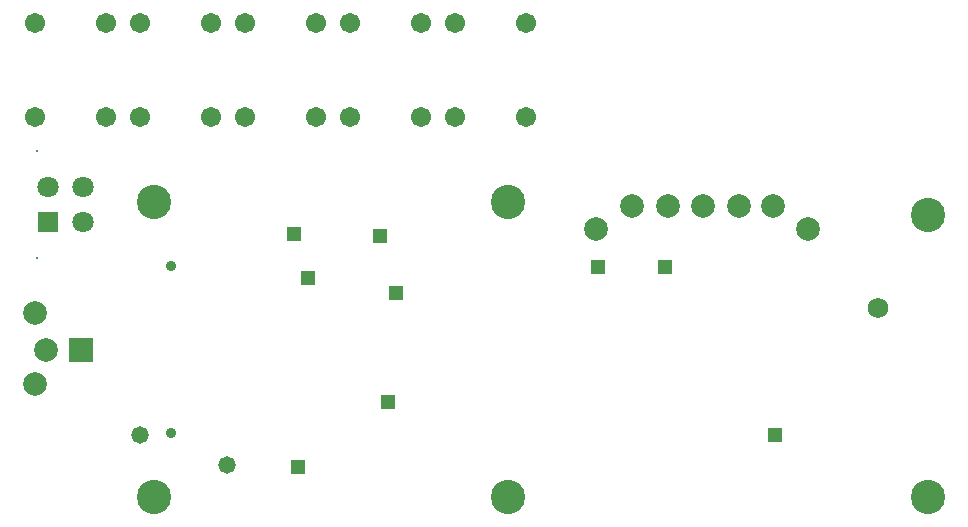
<source format=gbs>
G04*
G04 #@! TF.GenerationSoftware,Altium Limited,Altium Designer,19.1.9 (167)*
G04*
G04 Layer_Color=16711935*
%FSLAX25Y25*%
%MOIN*%
G70*
G01*
G75*
%ADD36R,0.04737X0.04737*%
%ADD47C,0.00800*%
%ADD48C,0.07887*%
%ADD49R,0.07887X0.07887*%
%ADD50C,0.07099*%
%ADD51R,0.07099X0.07099*%
%ADD52C,0.06800*%
%ADD53C,0.03556*%
%ADD54C,0.11430*%
%ADD55C,0.06706*%
%ADD56C,0.05800*%
D36*
X94098Y22000D02*
D03*
X253000Y32500D02*
D03*
X194000Y88500D02*
D03*
X216500D02*
D03*
X124000Y43500D02*
D03*
X126567Y80000D02*
D03*
X97433Y85000D02*
D03*
X92731Y99769D02*
D03*
X121500Y99000D02*
D03*
D47*
X163953Y110268D02*
D03*
X46500Y110000D02*
D03*
X164000Y12500D02*
D03*
X46500Y13000D02*
D03*
X6988Y127122D02*
D03*
X6988Y91689D02*
D03*
D48*
X6299Y73205D02*
D03*
Y49583D02*
D03*
X10000Y61000D02*
D03*
X264161Y101284D02*
D03*
X193295D02*
D03*
X252350Y109000D02*
D03*
X240933D02*
D03*
X229122D02*
D03*
X217311D02*
D03*
X205500D02*
D03*
D49*
X21811Y61000D02*
D03*
D50*
X22500Y103500D02*
D03*
Y115311D02*
D03*
X10689D02*
D03*
D51*
Y103500D02*
D03*
D52*
X287500Y75000D02*
D03*
D53*
X51748Y88811D02*
D03*
Y33299D02*
D03*
D54*
X304000Y12000D02*
D03*
Y106000D02*
D03*
X45842Y110268D02*
D03*
X163953D02*
D03*
Y11842D02*
D03*
X45842D02*
D03*
D55*
X170000Y138504D02*
D03*
X146378D02*
D03*
Y170000D02*
D03*
X170000D02*
D03*
X135000Y138504D02*
D03*
X111378D02*
D03*
Y170000D02*
D03*
X135000D02*
D03*
X100000Y138504D02*
D03*
X76378D02*
D03*
Y170000D02*
D03*
X100000D02*
D03*
X65000Y138504D02*
D03*
X41378D02*
D03*
Y170000D02*
D03*
X65000D02*
D03*
X30000Y138504D02*
D03*
X6378D02*
D03*
Y170000D02*
D03*
X30000D02*
D03*
D56*
X70500Y22500D02*
D03*
X41500Y32500D02*
D03*
M02*

</source>
